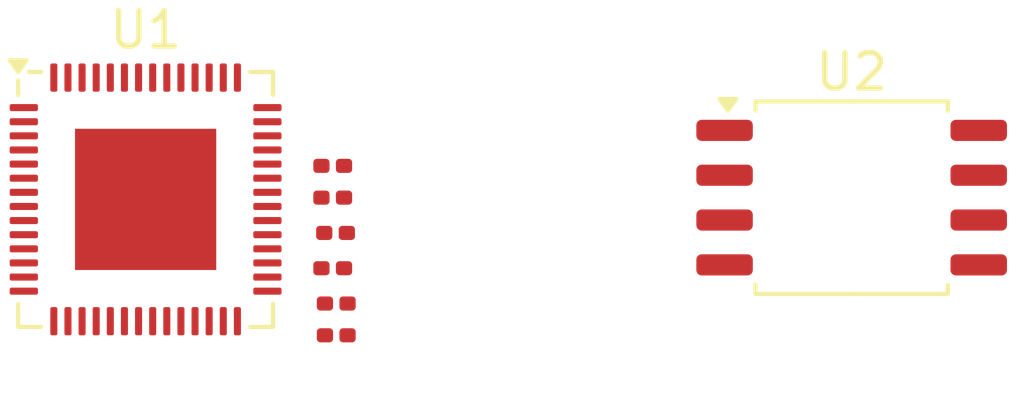
<source format=kicad_pcb>
(kicad_pcb (version 20240108) (generator "pcbnew") (generator_version "8.0")
  (layers (0 "F.Cu" signal) (31 "B.Cu" signal) (34 "B.Paste" user) (35 "F.Paste" user) (36 "B.SilkS" user "B.Silkscreen") (37 "F.SilkS" user "F.Silkscreen") (38 "B.Mask" user) (39 "F.Mask" user) (44 "Edge.Cuts" user))
  (net 0 "")
  (net 1 "VCC")
  (net 3 "Net-(U1-SPICLK)")
  (net 11 "Net-(U1-SPICS0)")
  (net 14 "Net-(U1-SPID)")
  (net 21 "Net-(U1-SPIWP)")
  (net 23 "Net-(U1-SPIQ)")
  (net 36 "GND")
  (net 50 "Net-(U1-SPIHD)")
  (net 52 "/SPIWD")
  (net 53 "/SPICLK")
  (net 54 "/SPICS")
  (net 55 "/SPID")
  (net 56 "/SPIHD")
  (net 57 "/SPIQ")
  (footprint "Resistor_SMD:R_0201_0603Metric" (layer "F.Cu") (at 127.38 64.5)
    (property "Reference" "R4" (hide yes))
    (property "Value" "0" (hide yes))
    (pad "1" smd roundrect (at -0.32 0) (size 0.46 0.4) (layers "F.Cu" "F.Mask") (net 3 "Net-(U1-SPICLK)"))
    (pad "2" smd roundrect (at 0.32 0) (size 0.46 0.4) (layers "F.Cu" "F.Mask") (net 53 "/SPICLK"))
  )
  (footprint "Resistor_SMD:R_0201_0603Metric" (layer "F.Cu") (at 127.3 63.5)
    (property "Reference" "R5" (hide yes))
    (property "Value" "0" (hide yes))
    (pad "1" smd roundrect (at -0.32 0) (size 0.46 0.4) (layers "F.Cu" "F.Mask") (net 23 "Net-(U1-SPIQ)"))
    (pad "2" smd roundrect (at 0.32 0) (size 0.46 0.4) (layers "F.Cu" "F.Mask") (net 57 "/SPIQ"))
  )
  (footprint "Resistor_SMD:R_0201_0603Metric" (layer "F.Cu") (at 127.4 66.5)
    (property "Reference" "R2" (hide yes))
    (property "Value" "0" (hide yes))
    (pad "1" smd roundrect (at -0.32 0) (size 0.46 0.4) (layers "F.Cu" "F.Mask") (net 21 "Net-(U1-SPIWP)"))
    (pad "2" smd roundrect (at 0.32 0) (size 0.46 0.4) (layers "F.Cu" "F.Mask") (net 52 "/SPIWD"))
  )
  (footprint "Package_SO:SOIC-8_5.23x5.23mm_P1.27mm" (layer "F.Cu") (at 142 63.5)
    (property "Reference" "U2" (at 0 -3.56 0) (layer "F.SilkS"))
    (property "Value" "W25Q128JVS")
    (fp_line (start -2.725 -2.725) (end -2.725 -2.465) (stroke (width 0.12)) (layer "F.SilkS"))
    (fp_line (start -2.725 2.725) (end -2.725 2.465) (stroke (width 0.12)) (layer "F.SilkS"))
    (fp_line (start 0 -2.725) (end -2.725 -2.725) (stroke (width 0.12)) (layer "F.SilkS"))
    (fp_line (start 0 -2.725) (end 2.725 -2.725) (stroke (width 0.12)) (layer "F.SilkS"))
    (fp_line (start 0 2.725) (end -2.725 2.725) (stroke (width 0.12)) (layer "F.SilkS"))
    (fp_line (start 0 2.725) (end 2.725 2.725) (stroke (width 0.12)) (layer "F.SilkS"))
    (fp_line (start 2.725 -2.725) (end 2.725 -2.465) (stroke (width 0.12)) (layer "F.SilkS"))
    (fp_line (start 2.725 2.725) (end 2.725 2.465) (stroke (width 0.12)) (layer "F.SilkS"))
    (fp_poly (pts (xy -3.5075 -2.465) (xy -3.7475 -2.795) (xy -3.2675 -2.795) (xy -3.5075 -2.465)) (stroke (width 0.12)) (fill solid) (layer "F.SilkS"))
    (pad "1" smd roundrect (at -3.6 -1.905) (size 1.6 0.6) (layers "F.Cu" "F.Paste" "F.Mask") (net 54 "/SPICS"))
    (pad "2" smd roundrect (at -3.6 -0.635) (size 1.6 0.6) (layers "F.Cu" "F.Paste" "F.Mask") (net 57 "/SPIQ"))
    (pad "3" smd roundrect (at -3.6 0.635) (size 1.6 0.6) (layers "F.Cu" "F.Paste" "F.Mask") (net 52 "/SPIWD"))
    (pad "4" smd roundrect (at -3.6 1.905) (size 1.6 0.6) (layers "F.Cu" "F.Paste" "F.Mask") (net 1 "VCC"))
    (pad "5" smd roundrect (at 3.6 1.905) (size 1.6 0.6) (layers "F.Cu" "F.Paste" "F.Mask") (net 55 "/SPID"))
    (pad "6" smd roundrect (at 3.6 0.635) (size 1.6 0.6) (layers "F.Cu" "F.Paste" "F.Mask") (net 53 "/SPICLK"))
    (pad "7" smd roundrect (at 3.6 -0.635) (size 1.6 0.6) (layers "F.Cu" "F.Paste" "F.Mask") (net 56 "/SPIHD"))
    (pad "8" smd roundrect (at 3.6 -1.905) (size 1.6 0.6) (layers "F.Cu" "F.Paste" "F.Mask") (net 36 "GND"))
  )
  (footprint "Resistor_SMD:R_0201_0603Metric" (layer "F.Cu") (at 127.4 67.4)
    (property "Reference" "R1" (hide yes))
    (property "Value" "0" (hide yes))
    (pad "1" smd roundrect (at -0.32 0) (size 0.46 0.4) (layers "F.Cu" "F.Mask") (net 50 "Net-(U1-SPIHD)"))
    (pad "2" smd roundrect (at 0.32 0) (size 0.46 0.4) (layers "F.Cu" "F.Mask") (net 56 "/SPIHD"))
  )
  (footprint "Resistor_SMD:R_0201_0603Metric" (layer "F.Cu") (at 127.3 65.5)
    (property "Reference" "R3" (hide yes))
    (property "Value" "0" (hide yes))
    (pad "1" smd roundrect (at -0.32 0) (size 0.46 0.4) (layers "F.Cu" "F.Mask") (net 11 "Net-(U1-SPICS0)"))
    (pad "2" smd roundrect (at 0.32 0) (size 0.46 0.4) (layers "F.Cu" "F.Mask") (net 54 "/SPICS"))
  )
  (footprint "Package_DFN_QFN:QFN-56-1EP_7x7mm_P0.4mm_EP4x4mm" (layer "F.Cu") (at 122 63.55)
    (property "Reference" "U1" (at 0 -4.8 0) (layer "F.SilkS"))
    (property "Value" "ESP32-S3")
    (fp_line (start -3.61 -2.96) (end -3.61 -3.37) (stroke (width 0.12)) (layer "F.SilkS"))
    (fp_line (start -3.61 3.61) (end -3.61 2.96) (stroke (width 0.12)) (layer "F.SilkS"))
    (fp_line (start -2.96 -3.61) (end -3.31 -3.61) (stroke (width 0.12)) (layer "F.SilkS"))
    (fp_line (start -2.96 3.61) (end -3.61 3.61) (stroke (width 0.12)) (layer "F.SilkS"))
    (fp_line (start 2.96 -3.61) (end 3.61 -3.61) (stroke (width 0.12)) (layer "F.SilkS"))
    (fp_line (start 2.96 3.61) (end 3.61 3.61) (stroke (width 0.12)) (layer "F.SilkS"))
    (fp_line (start 3.61 -3.61) (end 3.61 -2.96) (stroke (width 0.12)) (layer "F.SilkS"))
    (fp_line (start 3.61 3.61) (end 3.61 2.96) (stroke (width 0.12)) (layer "F.SilkS"))
    (fp_poly (pts (xy -3.61 -3.61) (xy -3.85 -3.94) (xy -3.37 -3.94) (xy -3.61 -3.61)) (stroke (width 0.12)) (fill solid) (layer "F.SilkS"))
    (pad "1" smd roundrect (at -3.45 -2.6) (size 0.8 0.2) (layers "F.Cu" "F.Paste" "F.Mask"))
    (pad "2" smd roundrect (at -3.45 -2.2) (size 0.8 0.2) (layers "F.Cu" "F.Paste" "F.Mask") (net 1 "VCC"))
    (pad "3" smd roundrect (at -3.45 -1.8) (size 0.8 0.2) (layers "F.Cu" "F.Paste" "F.Mask") (net 1 "VCC"))
    (pad "4" smd roundrect (at -3.45 -1.4) (size 0.8 0.2) (layers "F.Cu" "F.Paste" "F.Mask"))
    (pad "5" smd roundrect (at -3.45 -1) (size 0.8 0.2) (layers "F.Cu" "F.Paste" "F.Mask"))
    (pad "6" smd roundrect (at -3.45 -0.6) (size 0.8 0.2) (layers "F.Cu" "F.Paste" "F.Mask"))
    (pad "7" smd roundrect (at -3.45 -0.2) (size 0.8 0.2) (layers "F.Cu" "F.Paste" "F.Mask"))
    (pad "8" smd roundrect (at -3.45 0.2) (size 0.8 0.2) (layers "F.Cu" "F.Paste" "F.Mask"))
    (pad "9" smd roundrect (at -3.45 0.6) (size 0.8 0.2) (layers "F.Cu" "F.Paste" "F.Mask"))
    (pad "10" smd roundrect (at -3.45 1) (size 0.8 0.2) (layers "F.Cu" "F.Paste" "F.Mask"))
    (pad "11" smd roundrect (at -3.45 1.4) (size 0.8 0.2) (layers "F.Cu" "F.Paste" "F.Mask"))
    (pad "12" smd roundrect (at -3.45 1.8) (size 0.8 0.2) (layers "F.Cu" "F.Paste" "F.Mask"))
    (pad "13" smd roundrect (at -3.45 2.2) (size 0.8 0.2) (layers "F.Cu" "F.Paste" "F.Mask"))
    (pad "14" smd roundrect (at -3.45 2.6) (size 0.8 0.2) (layers "F.Cu" "F.Paste" "F.Mask"))
    (pad "15" smd roundrect (at -2.6 3.45) (size 0.2 0.8) (layers "F.Cu" "F.Paste" "F.Mask"))
    (pad "16" smd roundrect (at -2.2 3.45) (size 0.2 0.8) (layers "F.Cu" "F.Paste" "F.Mask"))
    (pad "17" smd roundrect (at -1.8 3.45) (size 0.2 0.8) (layers "F.Cu" "F.Paste" "F.Mask"))
    (pad "18" smd roundrect (at -1.4 3.45) (size 0.2 0.8) (layers "F.Cu" "F.Paste" "F.Mask"))
    (pad "19" smd roundrect (at -1 3.45) (size 0.2 0.8) (layers "F.Cu" "F.Paste" "F.Mask"))
    (pad "20" smd roundrect (at -0.6 3.45) (size 0.2 0.8) (layers "F.Cu" "F.Paste" "F.Mask") (net 1 "VCC"))
    (pad "21" smd roundrect (at -0.2 3.45) (size 0.2 0.8) (layers "F.Cu" "F.Paste" "F.Mask"))
    (pad "22" smd roundrect (at 0.2 3.45) (size 0.2 0.8) (layers "F.Cu" "F.Paste" "F.Mask"))
    (pad "23" smd roundrect (at 0.6 3.45) (size 0.2 0.8) (layers "F.Cu" "F.Paste" "F.Mask"))
    (pad "24" smd roundrect (at 1 3.45) (size 0.2 0.8) (layers "F.Cu" "F.Paste" "F.Mask"))
    (pad "25" smd roundrect (at 1.4 3.45) (size 0.2 0.8) (layers "F.Cu" "F.Paste" "F.Mask"))
    (pad "26" smd roundrect (at 1.8 3.45) (size 0.2 0.8) (layers "F.Cu" "F.Paste" "F.Mask"))
    (pad "27" smd roundrect (at 2.2 3.45) (size 0.2 0.8) (layers "F.Cu" "F.Paste" "F.Mask"))
    (pad "28" smd roundrect (at 2.6 3.45) (size 0.2 0.8) (layers "F.Cu" "F.Paste" "F.Mask"))
    (pad "29" smd roundrect (at 3.45 2.6) (size 0.8 0.2) (layers "F.Cu" "F.Paste" "F.Mask") (net 1 "VCC"))
    (pad "30" smd roundrect (at 3.45 2.2) (size 0.8 0.2) (layers "F.Cu" "F.Paste" "F.Mask") (net 50 "Net-(U1-SPIHD)"))
    (pad "31" smd roundrect (at 3.45 1.8) (size 0.8 0.2) (layers "F.Cu" "F.Paste" "F.Mask") (net 21 "Net-(U1-SPIWP)"))
    (pad "32" smd roundrect (at 3.45 1.4) (size 0.8 0.2) (layers "F.Cu" "F.Paste" "F.Mask") (net 11 "Net-(U1-SPICS0)"))
    (pad "33" smd roundrect (at 3.45 1) (size 0.8 0.2) (layers "F.Cu" "F.Paste" "F.Mask") (net 3 "Net-(U1-SPICLK)"))
    (pad "34" smd roundrect (at 3.45 0.6) (size 0.8 0.2) (layers "F.Cu" "F.Paste" "F.Mask") (net 23 "Net-(U1-SPIQ)"))
    (pad "35" smd roundrect (at 3.45 0.2) (size 0.8 0.2) (layers "F.Cu" "F.Paste" "F.Mask") (net 14 "Net-(U1-SPID)"))
    (pad "36" smd roundrect (at 3.45 -0.2) (size 0.8 0.2) (layers "F.Cu" "F.Paste" "F.Mask"))
    (pad "37" smd roundrect (at 3.45 -0.6) (size 0.8 0.2) (layers "F.Cu" "F.Paste" "F.Mask"))
    (pad "38" smd roundrect (at 3.45 -1) (size 0.8 0.2) (layers "F.Cu" "F.Paste" "F.Mask"))
    (pad "39" smd roundrect (at 3.45 -1.4) (size 0.8 0.2) (layers "F.Cu" "F.Paste" "F.Mask"))
    (pad "40" smd roundrect (at 3.45 -1.8) (size 0.8 0.2) (layers "F.Cu" "F.Paste" "F.Mask"))
    (pad "41" smd roundrect (at 3.45 -2.2) (size 0.8 0.2) (layers "F.Cu" "F.Paste" "F.Mask"))
    (pad "42" smd roundrect (at 3.45 -2.6) (size 0.8 0.2) (layers "F.Cu" "F.Paste" "F.Mask"))
    (pad "43" smd roundrect (at 2.6 -3.45) (size 0.2 0.8) (layers "F.Cu" "F.Paste" "F.Mask"))
    (pad "44" smd roundrect (at 2.2 -3.45) (size 0.2 0.8) (layers "F.Cu" "F.Paste" "F.Mask"))
    (pad "45" smd roundrect (at 1.8 -3.45) (size 0.2 0.8) (layers "F.Cu" "F.Paste" "F.Mask"))
    (pad "46" smd roundrect (at 1.4 -3.45) (size 0.2 0.8) (layers "F.Cu" "F.Paste" "F.Mask") (net 1 "VCC"))
    (pad "47" smd roundrect (at 1 -3.45) (size 0.2 0.8) (layers "F.Cu" "F.Paste" "F.Mask"))
    (pad "48" smd roundrect (at 0.6 -3.45) (size 0.2 0.8) (layers "F.Cu" "F.Paste" "F.Mask"))
    (pad "49" smd roundrect (at 0.2 -3.45) (size 0.2 0.8) (layers "F.Cu" "F.Paste" "F.Mask"))
    (pad "50" smd roundrect (at -0.2 -3.45) (size 0.2 0.8) (layers "F.Cu" "F.Paste" "F.Mask"))
    (pad "51" smd roundrect (at -0.6 -3.45) (size 0.2 0.8) (layers "F.Cu" "F.Paste" "F.Mask"))
    (pad "52" smd roundrect (at -1 -3.45) (size 0.2 0.8) (layers "F.Cu" "F.Paste" "F.Mask"))
    (pad "53" smd roundrect (at -1.4 -3.45) (size 0.2 0.8) (layers "F.Cu" "F.Paste" "F.Mask"))
    (pad "54" smd roundrect (at -1.8 -3.45) (size 0.2 0.8) (layers "F.Cu" "F.Paste" "F.Mask"))
    (pad "55" smd roundrect (at -2.2 -3.45) (size 0.2 0.8) (layers "F.Cu" "F.Paste" "F.Mask") (net 1 "VCC"))
    (pad "56" smd roundrect (at -2.6 -3.45) (size 0.2 0.8) (layers "F.Cu" "F.Paste" "F.Mask") (net 1 "VCC"))
    (pad "57" smd rect (at 0 0) (size 4 4) (property pad_prop_heatsink) (layers "F.Cu" "F.Mask") (net 36 "GND"))
  )
  (footprint "Resistor_SMD:R_0201_0603Metric" (layer "F.Cu") (at 127.3 62.6)
    (property "Reference" "R6" (hide yes))
    (property "Value" "0" (hide yes))
    (pad "1" smd roundrect (at -0.32 0) (size 0.46 0.4) (layers "F.Cu" "F.Mask") (net 14 "Net-(U1-SPID)"))
    (pad "2" smd roundrect (at 0.32 0) (size 0.46 0.4) (layers "F.Cu" "F.Mask") (net 55 "/SPID"))
  )
)
</source>
